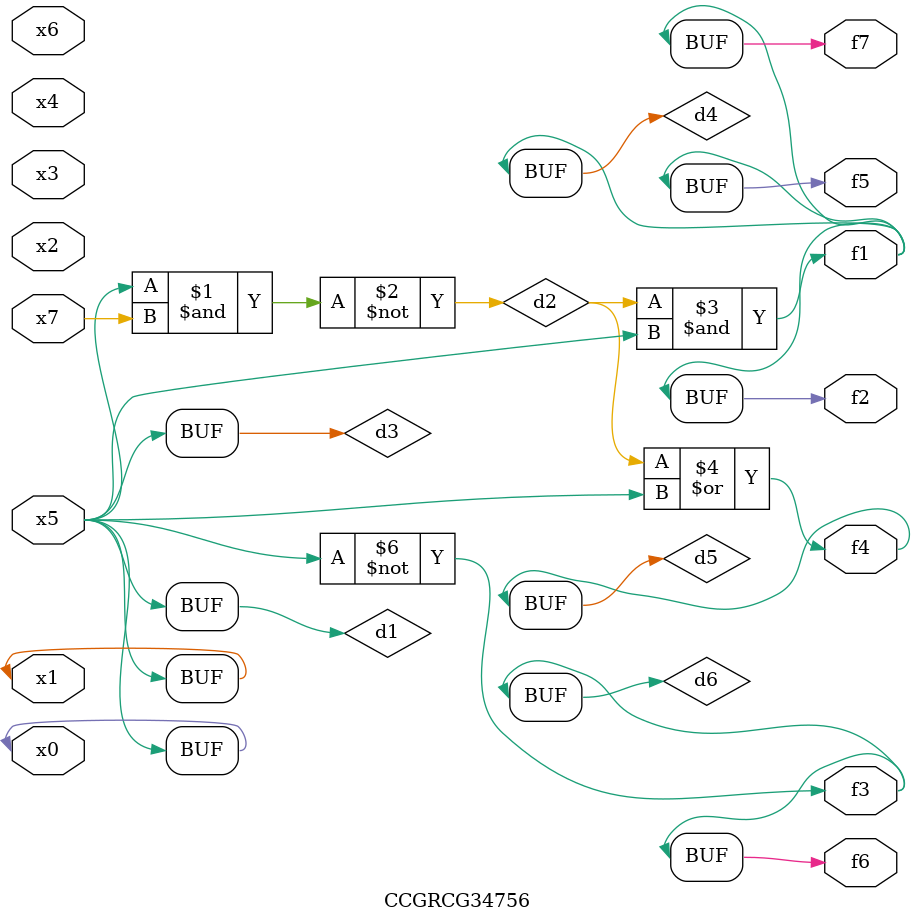
<source format=v>
module CCGRCG34756(
	input x0, x1, x2, x3, x4, x5, x6, x7,
	output f1, f2, f3, f4, f5, f6, f7
);

	wire d1, d2, d3, d4, d5, d6;

	buf (d1, x0, x5);
	nand (d2, x5, x7);
	buf (d3, x0, x1);
	and (d4, d2, d3);
	or (d5, d2, d3);
	nor (d6, d1, d3);
	assign f1 = d4;
	assign f2 = d4;
	assign f3 = d6;
	assign f4 = d5;
	assign f5 = d4;
	assign f6 = d6;
	assign f7 = d4;
endmodule

</source>
